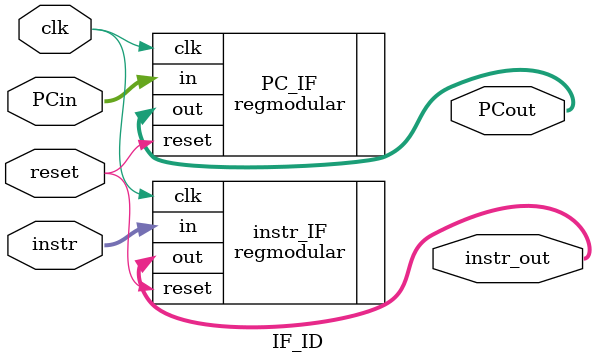
<source format=sv>
`timescale 1ns/1ps
module IF_ID (clk, PCin, PCout, instr, instr_out, reset);
	input logic clk, reset;
	input logic [63:0] PCin;
	input logic [31:0] instr; // instruction
	output logic [63:0] PCout; // 
	output logic [31:0] instr_out; // instruction out
	
	regmodular #(.WIDTH(64))	PC_IF		(.out(PCout), 		.in(PCin), 	.clk,	.reset);
	regmodular #(.WIDTH(32))	instr_IF (.out(instr_out), .in(instr), .clk, .reset);
	
		
	
endmodule
	
	
</source>
